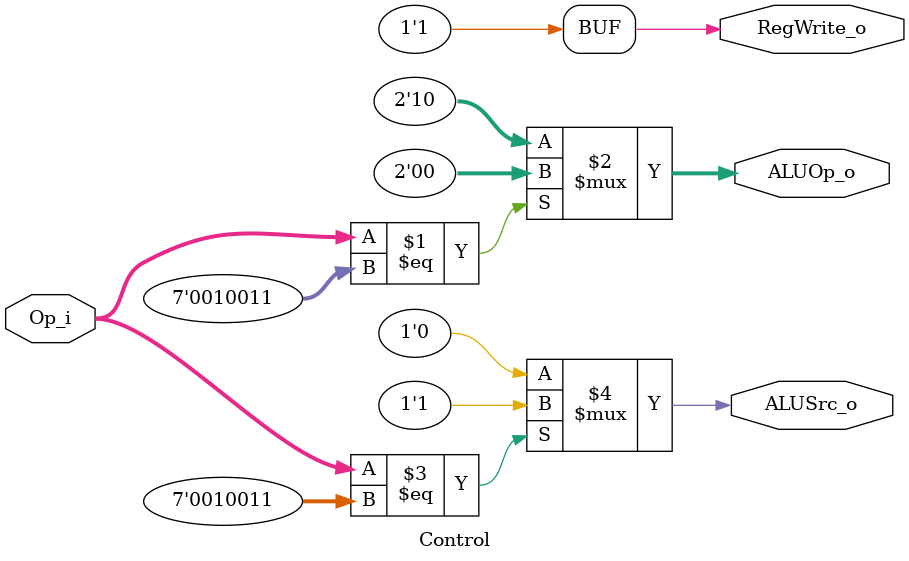
<source format=v>
`define ALUSrc_imm 7'b0010011
`define ALUop_addi 7'b0010011

module Control
(
    Op_i,
    ALUOp_o,
    ALUSrc_o,
    RegWrite_o
);

// Ports
input   [6:0] Op_i;
output  [1:0] ALUOp_o;
output        ALUSrc_o, RegWrite_o;

assign ALUOp_o  = (Op_i == `ALUop_addi) ? 2'b00 : 2'b10;
assign ALUSrc_o = (Op_i == `ALUSrc_imm) ? 1'b1  : 1'b0;
assign RegWrite_o = 1'b1;

endmodule

</source>
